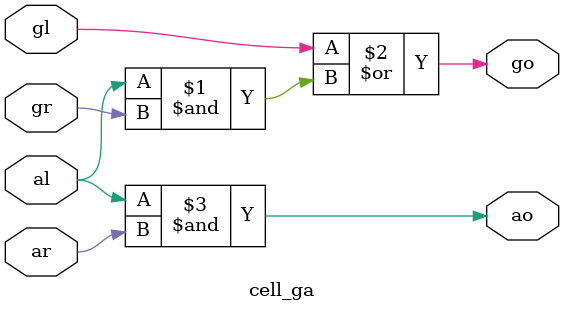
<source format=sv>
module cell_g
    (
        input   logic   gl,
        input   logic   al,
        input   logic   gr,
        output  logic   go
    );
    assign go = gl | (al & gr);
endmodule

module cell_ga
    (
        input   logic   gl,
        input   logic   al,
        input   logic   gr,
        input   logic   ar,
        output  logic   go,
        output  logic   ao
    );
    assign go = gl | (al & gr);
    assign ao = al & ar;
endmodule
</source>
